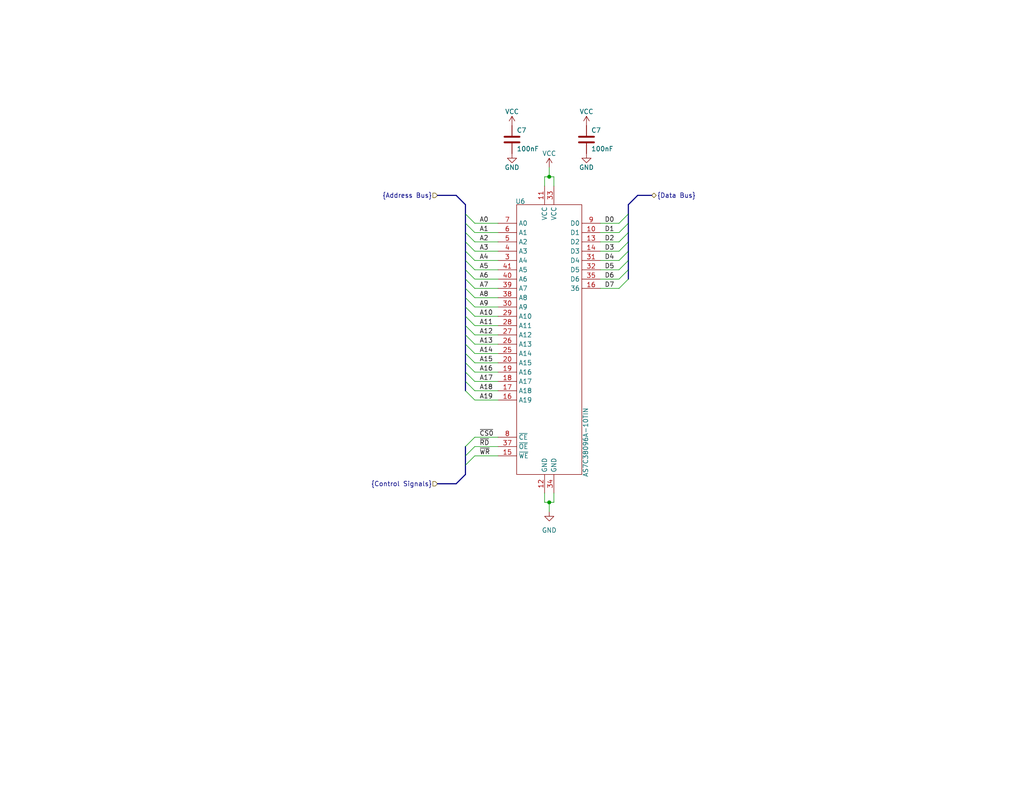
<source format=kicad_sch>
(kicad_sch (version 20230121) (generator eeschema)
  (paper "USLetter")
  (lib_symbols
    (symbol "Turaco:AS7C38096A-10TIN"
      (property "Reference" "U" (at 0.424 0.9207 0))
      (symbol "AS7C38096A-10TIN_0_1"
        (rectangle (start 0 0) (end 17.78 -73.66))
      )
      (symbol "AS7C38096A-10TIN_1_1"
        (pin no_connect line (at -20.32 -30.48 0) (length 5.08) hide (name "NC") (number "1"))
        (pin bidirectional line (at 22.86 -7.62 180) (length 5.08) (name "D1") (number "10"))
        (pin power_in line (at 7.62 5.08 270) (length 5.08) (name "VCC") (number "11"))
        (pin power_in line (at 7.62 -78.74 90) (length 5.08) (name "GND") (number "12"))
        (pin bidirectional line (at 22.86 -10.16 180) (length 5.08) (name "D2") (number "13"))
        (pin bidirectional line (at 22.86 -12.7 180) (length 5.08) (name "D3") (number "14"))
        (pin input line (at -5.08 -68.58 0) (length 5.08) (name "~{WE}") (number "15"))
        (pin bidirectional line (at 22.86 -22.86 180) (length 5.08) (name "36") (number "16"))
        (pin input line (at -5.08 -53.34 0) (length 5.08) (name "A19") (number "16"))
        (pin input line (at -5.08 -50.8 0) (length 5.08) (name "A18") (number "17"))
        (pin input line (at -5.08 -48.26 0) (length 5.08) (name "A17") (number "18"))
        (pin input line (at -5.08 -45.72 0) (length 5.08) (name "A16") (number "19"))
        (pin no_connect line (at -20.32 -33.02 0) (length 5.08) hide (name "NC") (number "2"))
        (pin input line (at -5.08 -43.18 0) (length 5.08) (name "A15") (number "20"))
        (pin no_connect line (at -20.32 -35.56 0) (length 5.08) hide (name "NC") (number "21"))
        (pin no_connect line (at -20.32 -38.1 0) (length 5.08) hide (name "NC") (number "22"))
        (pin no_connect line (at -20.32 -40.64 0) (length 5.08) hide (name "NC") (number "23"))
        (pin no_connect line (at -20.32 -43.18 0) (length 5.08) hide (name "NC") (number "24"))
        (pin input line (at -5.08 -40.64 0) (length 5.08) (name "A14") (number "25"))
        (pin input line (at -5.08 -38.1 0) (length 5.08) (name "A13") (number "26"))
        (pin input line (at -5.08 -35.56 0) (length 5.08) (name "A12") (number "27"))
        (pin input line (at -5.08 -33.02 0) (length 5.08) (name "A11") (number "28"))
        (pin input line (at -5.08 -30.48 0) (length 5.08) (name "A10") (number "29"))
        (pin input line (at -5.08 -15.24 0) (length 5.08) (name "A4") (number "3"))
        (pin input line (at -5.08 -27.94 0) (length 5.08) (name "A9") (number "30"))
        (pin bidirectional line (at 22.86 -15.24 180) (length 5.08) (name "D4") (number "31"))
        (pin bidirectional line (at 22.86 -17.78 180) (length 5.08) (name "D5") (number "32"))
        (pin power_in line (at 10.16 5.08 270) (length 5.08) (name "VCC") (number "33"))
        (pin power_in line (at 10.16 -78.74 90) (length 5.08) (name "GND") (number "34"))
        (pin bidirectional line (at 22.86 -20.32 180) (length 5.08) (name "D6") (number "35"))
        (pin input line (at -5.08 -66.04 0) (length 5.08) (name "~{OE}") (number "37"))
        (pin input line (at -5.08 -25.4 0) (length 5.08) (name "A8") (number "38"))
        (pin input line (at -5.08 -22.86 0) (length 5.08) (name "A7") (number "39"))
        (pin input line (at -5.08 -12.7 0) (length 5.08) (name "A3") (number "4"))
        (pin input line (at -5.08 -20.32 0) (length 5.08) (name "A6") (number "40"))
        (pin input line (at -5.08 -17.78 0) (length 5.08) (name "A5") (number "41"))
        (pin no_connect line (at -20.32 -45.72 0) (length 5.08) hide (name "NC") (number "42"))
        (pin no_connect line (at -20.32 -48.26 0) (length 5.08) hide (name "NC") (number "43"))
        (pin no_connect line (at -20.32 -50.8 0) (length 5.08) hide (name "NC") (number "44"))
        (pin input line (at -5.08 -10.16 0) (length 5.08) (name "A2") (number "5"))
        (pin input line (at -5.08 -7.62 0) (length 5.08) (name "A1") (number "6"))
        (pin input line (at -5.08 -5.08 0) (length 5.08) (name "A0") (number "7"))
        (pin input line (at -5.08 -63.5 0) (length 5.08) (name "~{CE}") (number "8"))
        (pin bidirectional line (at 22.86 -5.08 180) (length 5.08) (name "D0") (number "9"))
      )
    )
    (symbol "Turaco:C" (pin_numbers hide) (pin_names (offset 0.254))
      (property "Reference" "C" (at 0.635 2.54 0))
      (property "Value" "C" (at 0.635 -2.54 0))
      (symbol "C_0_1"
        (polyline (pts (xy -2.032 -0.762) (xy 2.032 -0.762)) (stroke (width 0.508)))
        (polyline (pts (xy -2.032 0.762) (xy 2.032 0.762)) (stroke (width 0.508)))
      )
      (symbol "C_1_1"
        (pin passive line (at 0 3.81 270) (length 2.794) (name "~") (number "1"))
        (pin passive line (at 0 -3.81 90) (length 2.794) (name "~") (number "2"))
      )
    )
    (symbol "power:GND" (power) (pin_names (offset 0))
      (property "Value" "GND" (at 0 -3.81 0))
      (symbol "GND_0_1"
        (polyline (pts (xy 0 0) (xy 0 -1.27) (xy 1.27 -1.27) (xy 0 -2.54) (xy -1.27 -1.27) (xy 0 -1.27)))
      )
      (symbol "GND_1_1"
        (pin power_in line (at 0 0 270) (length 0) hide (name "GND") (number "1"))
      )
    )
    (symbol "power:VCC" (power) (pin_names (offset 0))
      (property "Value" "VCC" (at 0 3.81 0))
      (symbol "VCC_0_1"
        (polyline (pts (xy -0.762 1.27) (xy 0 2.54)))
        (polyline (pts (xy 0 0) (xy 0 2.54)))
        (polyline (pts (xy 0 2.54) (xy 0.762 1.27)))
      )
      (symbol "VCC_1_1"
        (pin power_in line (at 0 0 90) (length 0) hide (name "VCC") (number "1"))
      )
    )
  )
  (junction (at 149.86 137.16))
  (junction (at 149.86 48.26))
  (bus_entry (at 127 63.5) (size 2.54 2.54))
  (bus_entry (at 127 76.2) (size 2.54 2.54))
  (bus_entry (at 127 68.58) (size 2.54 2.54))
  (bus_entry (at 127 86.36) (size 2.54 2.54))
  (bus_entry (at 171.45 58.42) (size -2.54 2.54))
  (bus_entry (at 127 93.98) (size 2.54 2.54))
  (bus_entry (at 127 106.68) (size 2.54 2.54))
  (bus_entry (at 127 78.74) (size 2.54 2.54))
  (bus_entry (at 127 88.9) (size 2.54 2.54))
  (bus_entry (at 171.45 68.58) (size -2.54 2.54))
  (bus_entry (at 171.45 73.66) (size -2.54 2.54))
  (bus_entry (at 171.45 76.2) (size -2.54 2.54))
  (bus_entry (at 127 104.14) (size 2.54 2.54))
  (bus_entry (at 127 127) (size 2.54 -2.54))
  (bus_entry (at 127 60.96) (size 2.54 2.54))
  (bus_entry (at 127 121.92) (size 2.54 -2.54))
  (bus_entry (at 127 91.44) (size 2.54 2.54))
  (bus_entry (at 171.45 63.5) (size -2.54 2.54))
  (bus_entry (at 127 73.66) (size 2.54 2.54))
  (bus_entry (at 127 58.42) (size 2.54 2.54))
  (bus_entry (at 171.45 66.04) (size -2.54 2.54))
  (bus_entry (at 127 81.28) (size 2.54 2.54))
  (bus_entry (at 127 99.06) (size 2.54 2.54))
  (bus_entry (at 127 66.04) (size 2.54 2.54))
  (bus_entry (at 127 96.52) (size 2.54 2.54))
  (bus_entry (at 171.45 60.96) (size -2.54 2.54))
  (bus_entry (at 127 124.46) (size 2.54 -2.54))
  (bus_entry (at 171.45 71.12) (size -2.54 2.54))
  (bus_entry (at 127 101.6) (size 2.54 2.54))
  (bus_entry (at 127 71.12) (size 2.54 2.54))
  (bus_entry (at 127 83.82) (size 2.54 2.54))
  (bus (pts (xy 127 55.88) (xy 127 58.42)))
  (wire (pts (xy 149.86 137.16) (xy 149.86 139.7)))
  (bus (pts (xy 127 63.5) (xy 127 66.04)))
  (wire (pts (xy 129.54 83.82) (xy 135.89 83.82)))
  (bus (pts (xy 127 91.44) (xy 127 93.98)))
  (bus (pts (xy 173.99 53.34) (xy 177.8 53.34)))
  (bus (pts (xy 171.45 73.66) (xy 171.45 76.2)))
  (bus (pts (xy 171.45 60.96) (xy 171.45 63.5)))
  (wire (pts (xy 129.54 78.74) (xy 135.89 78.74)))
  (bus (pts (xy 127 71.12) (xy 127 73.66)))
  (bus (pts (xy 127 88.9) (xy 127 91.44)))
  (wire (pts (xy 129.54 60.96) (xy 135.89 60.96)))
  (bus (pts (xy 171.45 66.04) (xy 171.45 68.58)))
  (wire (pts (xy 148.59 48.26) (xy 149.86 48.26)))
  (bus (pts (xy 171.45 58.42) (xy 171.45 60.96)))
  (bus (pts (xy 127 76.2) (xy 127 78.74)))
  (wire (pts (xy 149.86 48.26) (xy 151.13 48.26)))
  (wire (pts (xy 163.83 73.66) (xy 168.91 73.66)))
  (wire (pts (xy 149.86 137.16) (xy 151.13 137.16)))
  (wire (pts (xy 129.54 71.12) (xy 135.89 71.12)))
  (wire (pts (xy 151.13 134.62) (xy 151.13 137.16)))
  (wire (pts (xy 163.83 68.58) (xy 168.91 68.58)))
  (wire (pts (xy 129.54 121.92) (xy 135.89 121.92)))
  (bus (pts (xy 127 101.6) (xy 127 104.14)))
  (wire (pts (xy 129.54 86.36) (xy 135.89 86.36)))
  (wire (pts (xy 129.54 81.28) (xy 135.89 81.28)))
  (wire (pts (xy 149.86 45.72) (xy 149.86 48.26)))
  (bus (pts (xy 127 86.36) (xy 127 88.9)))
  (wire (pts (xy 148.59 137.16) (xy 149.86 137.16)))
  (bus (pts (xy 127 96.52) (xy 127 99.06)))
  (wire (pts (xy 163.83 76.2) (xy 168.91 76.2)))
  (bus (pts (xy 127 81.28) (xy 127 83.82)))
  (wire (pts (xy 129.54 96.52) (xy 135.89 96.52)))
  (bus (pts (xy 119.38 53.34) (xy 124.46 53.34)))
  (bus (pts (xy 127 127) (xy 127 129.54)))
  (wire (pts (xy 129.54 124.46) (xy 135.89 124.46)))
  (bus (pts (xy 127 83.82) (xy 127 86.36)))
  (wire (pts (xy 163.83 63.5) (xy 168.91 63.5)))
  (bus (pts (xy 127 99.06) (xy 127 101.6)))
  (bus (pts (xy 124.46 53.34) (xy 127 55.88)))
  (wire (pts (xy 163.83 66.04) (xy 168.91 66.04)))
  (wire (pts (xy 129.54 109.22) (xy 135.89 109.22)))
  (bus (pts (xy 127 93.98) (xy 127 96.52)))
  (bus (pts (xy 127 58.42) (xy 127 60.96)))
  (wire (pts (xy 129.54 76.2) (xy 135.89 76.2)))
  (bus (pts (xy 127 124.46) (xy 127 127)))
  (bus (pts (xy 127 60.96) (xy 127 63.5)))
  (bus (pts (xy 127 104.14) (xy 127 106.68)))
  (wire (pts (xy 129.54 101.6) (xy 135.89 101.6)))
  (bus (pts (xy 127 66.04) (xy 127 68.58)))
  (wire (pts (xy 148.59 48.26) (xy 148.59 50.8)))
  (wire (pts (xy 163.83 60.96) (xy 168.91 60.96)))
  (bus (pts (xy 119.38 132.08) (xy 124.46 132.08)))
  (wire (pts (xy 148.59 134.62) (xy 148.59 137.16)))
  (bus (pts (xy 173.99 53.34) (xy 171.45 55.88)))
  (wire (pts (xy 129.54 91.44) (xy 135.89 91.44)))
  (bus (pts (xy 171.45 71.12) (xy 171.45 73.66)))
  (wire (pts (xy 129.54 93.98) (xy 135.89 93.98)))
  (wire (pts (xy 129.54 104.14) (xy 135.89 104.14)))
  (wire (pts (xy 129.54 63.5) (xy 135.89 63.5)))
  (bus (pts (xy 171.45 63.5) (xy 171.45 66.04)))
  (bus (pts (xy 127 78.74) (xy 127 81.28)))
  (wire (pts (xy 129.54 99.06) (xy 135.89 99.06)))
  (wire (pts (xy 163.83 71.12) (xy 168.91 71.12)))
  (bus (pts (xy 124.46 132.08) (xy 127 129.54)))
  (wire (pts (xy 151.13 48.26) (xy 151.13 50.8)))
  (wire (pts (xy 129.54 88.9) (xy 135.89 88.9)))
  (bus (pts (xy 171.45 68.58) (xy 171.45 71.12)))
  (bus (pts (xy 127 121.92) (xy 127 124.46)))
  (bus (pts (xy 127 73.66) (xy 127 76.2)))
  (wire (pts (xy 129.54 119.38) (xy 135.89 119.38)))
  (wire (pts (xy 129.54 68.58) (xy 135.89 68.58)))
  (wire (pts (xy 163.83 78.74) (xy 168.91 78.74)))
  (bus (pts (xy 127 68.58) (xy 127 71.12)))
  (wire (pts (xy 129.54 106.68) (xy 135.89 106.68)))
  (bus (pts (xy 171.45 55.88) (xy 171.45 58.42)))
  (wire (pts (xy 129.54 66.04) (xy 135.89 66.04)))
  (wire (pts (xy 129.54 73.66) (xy 135.89 73.66)))
  (label "A0" (at 130.81 60.96 0))
  (label "A1" (at 130.81 63.5 0))
  (label "D5" (at 167.64 73.66 180))
  (label "A2" (at 130.81 66.04 0))
  (label "~{RD}" (at 130.81 121.92 0))
  (label "A7" (at 130.81 78.74 0))
  (label "D1" (at 167.64 63.5 180))
  (label "A9" (at 130.81 83.82 0))
  (label "A15" (at 130.81 99.06 0))
  (label "A6" (at 130.81 76.2 0))
  (label "A18" (at 130.81 106.68 0))
  (label "A4" (at 130.81 71.12 0))
  (label "A13" (at 130.81 93.98 0))
  (label "~{WR}" (at 130.81 124.46 0))
  (label "D0" (at 167.64 60.96 180))
  (label "A16" (at 130.81 101.6 0))
  (label "A12" (at 130.81 91.44 0))
  (label "A14" (at 130.81 96.52 0))
  (label "D4" (at 167.64 71.12 180))
  (label "A10" (at 130.81 86.36 0))
  (label "A19" (at 130.81 109.22 0))
  (label "A11" (at 130.81 88.9 0))
  (label "~{CS0}" (at 130.81 119.38 0))
  (label "A8" (at 130.81 81.28 0))
  (label "A17" (at 130.81 104.14 0))
  (label "D2" (at 167.64 66.04 180))
  (label "A3" (at 130.81 68.58 0))
  (label "A5" (at 130.81 73.66 0))
  (label "D7" (at 167.64 78.74 180))
  (label "D3" (at 167.64 68.58 180))
  (label "D6" (at 167.64 76.2 180))
  (hierarchical_label "{Address Bus}" (shape input) (at 119.38 53.34 180))
  (hierarchical_label "{Data Bus}" (shape bidirectional) (at 177.8 53.34 0))
  (hierarchical_label "{Control Signals}" (shape input) (at 119.38 132.08 180))
  (symbol (lib_id "power:VCC") (at 149.86 45.72 0) (unit 1)
    (property "Reference" "#PWR015" (effects hide))
    (property "Value" "VCC" (at 149.86 41.91 0))
    (instances (project "Revision 2" (path "" (reference "#PWR015") (unit 1)) (path "" (reference "#PWR087") (unit 1))))
  )
  (symbol (lib_id "Turaco:AS7C38096A-10TIN") (at 140.97 55.88 0) (unit 1)
    (property "Reference" "U6" (at 141.9782 54.9829 0))
    (property "Value" "AS7C38096A-10TIN" (at 159.795 120.7677 90))
  )
  (symbol (lib_id "power:GND") (at 149.86 139.7 0) (unit 1)
    (property "Reference" "#PWR088" (effects hide))
    (property "Value" "GND" (at 149.86 144.78 0))
  )
  (symbol (lib_id "Turaco:C") (at 160.02 38.1 0) (unit 1)
    (property "Reference" "C7" (at 161.29 35.5599 0) (effects (justify left)))
    (property "Value" "100nF" (at 161.29 40.6399 0) (effects (justify left)))
    (instances (project "Revision 2" (path "" (reference "C7") (unit 1)) (path "" (reference "C35") (unit 1))))
  )
  (symbol (lib_id "power:GND") (at 139.7 41.91 0) (unit 1)
    (property "Reference" "#PWR016" (effects hide))
    (property "Value" "GND" (at 139.7 45.72 0))
    (instances (project "Revision 2" (path "" (reference "#PWR016") (unit 1)) (path "" (reference "#PWR086") (unit 1))))
  )
  (symbol (lib_id "power:VCC") (at 139.7 34.29 0) (unit 1)
    (property "Reference" "#PWR015" (effects hide))
    (property "Value" "VCC" (at 139.7 30.48 0))
    (instances (project "Revision 2" (path "" (reference "#PWR015") (unit 1)) (path "" (reference "#PWR085") (unit 1))))
  )
  (symbol (lib_id "power:GND") (at 160.02 41.91 0) (unit 1)
    (property "Reference" "#PWR016" (effects hide))
    (property "Value" "GND" (at 160.02 45.72 0))
    (instances (project "Revision 2" (path "" (reference "#PWR016") (unit 1)) (path "" (reference "#PWR090") (unit 1))))
  )
  (symbol (lib_id "power:VCC") (at 160.02 34.29 0) (unit 1)
    (property "Reference" "#PWR015" (effects hide))
    (property "Value" "VCC" (at 160.02 30.48 0))
    (instances (project "Revision 2" (path "" (reference "#PWR015") (unit 1)) (path "" (reference "#PWR089") (unit 1))))
  )
  (symbol (lib_id "Turaco:C") (at 139.7 38.1 0) (unit 1)
    (property "Reference" "C7" (at 140.97 35.5599 0) (effects (justify left)))
    (property "Value" "100nF" (at 140.97 40.6399 0) (effects (justify left)))
    (instances (project "Revision 2" (path "" (reference "C7") (unit 1)) (path "" (reference "C34") (unit 1))))
  )
)
</source>
